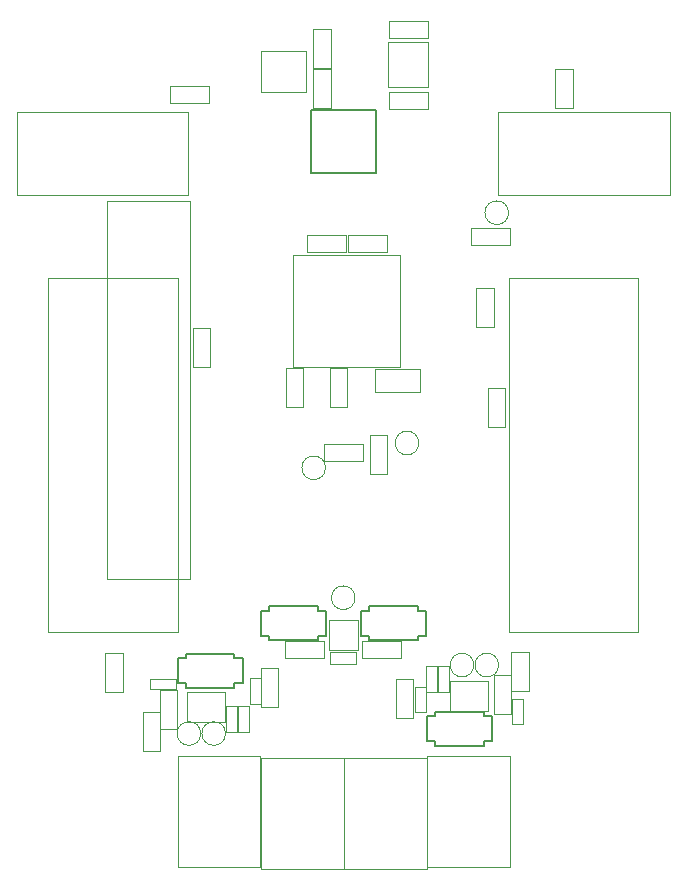
<source format=gbr>
G04 #@! TF.GenerationSoftware,KiCad,Pcbnew,9.0.0*
G04 #@! TF.CreationDate,2025-04-22T19:19:30+02:00*
G04 #@! TF.ProjectId,bio_robots,62696f5f-726f-4626-9f74-732e6b696361,rev?*
G04 #@! TF.SameCoordinates,Original*
G04 #@! TF.FileFunction,Other,User*
%FSLAX46Y46*%
G04 Gerber Fmt 4.6, Leading zero omitted, Abs format (unit mm)*
G04 Created by KiCad (PCBNEW 9.0.0) date 2025-04-22 19:19:30*
%MOMM*%
%LPD*%
G01*
G04 APERTURE LIST*
%ADD10C,0.050000*%
%ADD11C,0.100000*%
%ADD12C,0.152400*%
G04 APERTURE END LIST*
D10*
X85061700Y-130747499D02*
X85061700Y-132947499D01*
X85061700Y-132947499D02*
X86001700Y-132947499D01*
X86001700Y-130747499D02*
X85061700Y-130747499D01*
X86001700Y-132947499D02*
X86001700Y-130747499D01*
X97720000Y-102220000D02*
X97720000Y-104180000D01*
X97720000Y-104180000D02*
X101480000Y-104180000D01*
X101480000Y-102220000D02*
X97720000Y-102220000D01*
X101480000Y-104180000D02*
X101480000Y-102220000D01*
X87077501Y-128417500D02*
X87077501Y-130577500D01*
X87077501Y-130577500D02*
X87997501Y-130577500D01*
X87997501Y-128417500D02*
X87077501Y-128417500D01*
X87997501Y-130577500D02*
X87997501Y-128417500D01*
X102041598Y-127400000D02*
X102041598Y-129600000D01*
X102041598Y-129600000D02*
X102981598Y-129600000D01*
X102981598Y-127400000D02*
X102041598Y-127400000D01*
X102981598Y-129600000D02*
X102981598Y-127400000D01*
D11*
X88040000Y-135156362D02*
X88040000Y-144581362D01*
X88040000Y-144581362D02*
X95040000Y-144581362D01*
X95040000Y-135156362D02*
X88040000Y-135156362D01*
X95040000Y-144581362D02*
X95040000Y-135156362D01*
D10*
X96000000Y-121600000D02*
G75*
G02*
X94000000Y-121600000I-1000000J0D01*
G01*
X94000000Y-121600000D02*
G75*
G02*
X96000000Y-121600000I1000000J0D01*
G01*
X107270000Y-103850000D02*
X107270000Y-107150000D01*
X107270000Y-107150000D02*
X108730000Y-107150000D01*
X108730000Y-103850000D02*
X107270000Y-103850000D01*
X108730000Y-107150000D02*
X108730000Y-103850000D01*
X88007500Y-127547500D02*
X88007500Y-130847500D01*
X88007500Y-130847500D02*
X89467500Y-130847500D01*
X89467500Y-127547500D02*
X88007500Y-127547500D01*
X89467500Y-130847500D02*
X89467500Y-127547500D01*
X74870000Y-126250000D02*
X74870000Y-129550000D01*
X74870000Y-129550000D02*
X76330000Y-129550000D01*
X76330000Y-126250000D02*
X74870000Y-126250000D01*
X76330000Y-129550000D02*
X76330000Y-126250000D01*
D12*
X92244100Y-80345700D02*
X97755900Y-80345700D01*
X92244100Y-85654300D02*
X92244100Y-80345700D01*
X97755900Y-80345700D02*
X97755900Y-85654300D01*
X97755900Y-85654300D02*
X92244100Y-85654300D01*
D10*
X112970000Y-76850000D02*
X112970000Y-80150000D01*
X112970000Y-80150000D02*
X114430000Y-80150000D01*
X114430000Y-76850000D02*
X112970000Y-76850000D01*
X114430000Y-80150000D02*
X114430000Y-76850000D01*
X78020000Y-131259999D02*
X78020000Y-134559999D01*
X78020000Y-134559999D02*
X79480000Y-134559999D01*
X79480000Y-131259999D02*
X78020000Y-131259999D01*
X79480000Y-134559999D02*
X79480000Y-131259999D01*
X96600001Y-125270000D02*
X96600001Y-126730000D01*
X96600001Y-126730000D02*
X99900001Y-126730000D01*
X99900001Y-125270000D02*
X96600001Y-125270000D01*
X99900001Y-126730000D02*
X99900001Y-125270000D01*
X82270000Y-98762500D02*
X82270000Y-102062500D01*
X82270000Y-102062500D02*
X83730000Y-102062500D01*
X83730000Y-98762500D02*
X82270000Y-98762500D01*
X83730000Y-102062500D02*
X83730000Y-98762500D01*
X109290000Y-130170000D02*
X109290000Y-132330000D01*
X109290000Y-132330000D02*
X110210000Y-132330000D01*
X110210000Y-130170000D02*
X109290000Y-130170000D01*
X110210000Y-132330000D02*
X110210000Y-130170000D01*
X108155799Y-127300000D02*
G75*
G02*
X106155799Y-127300000I-1000000J0D01*
G01*
X106155799Y-127300000D02*
G75*
G02*
X108155799Y-127300000I1000000J0D01*
G01*
X79507501Y-129447500D02*
X79507501Y-132747500D01*
X79507501Y-132747500D02*
X80967501Y-132747500D01*
X80967501Y-129447500D02*
X79507501Y-129447500D01*
X80967501Y-132747500D02*
X80967501Y-129447500D01*
D11*
X67375000Y-80500000D02*
X81875000Y-80500000D01*
X67375000Y-87500000D02*
X67375000Y-80500000D01*
X81875000Y-80500000D02*
X81875000Y-87500000D01*
X81875000Y-87500000D02*
X67375000Y-87500000D01*
D12*
X80994301Y-126743400D02*
X80994301Y-128851600D01*
X80994301Y-128851600D02*
X81680101Y-128851600D01*
X81680101Y-126337000D02*
X81680101Y-126743400D01*
X81680101Y-126743400D02*
X80994301Y-126743400D01*
X81680101Y-128851600D02*
X81680101Y-129258000D01*
X81680101Y-129258000D02*
X85794901Y-129258000D01*
X85794901Y-126337000D02*
X81680101Y-126337000D01*
X85794901Y-126743400D02*
X85794901Y-126337000D01*
X85794901Y-128851600D02*
X86480701Y-128851600D01*
X85794901Y-129258000D02*
X85794901Y-128851600D01*
X86480701Y-126743400D02*
X85794901Y-126743400D01*
X86480701Y-128851600D02*
X86480701Y-126743400D01*
D11*
X75000000Y-88000000D02*
X82000000Y-88000000D01*
X82000000Y-120000000D01*
X75000000Y-120000000D01*
X75000000Y-88000000D01*
D10*
X106270000Y-95350000D02*
X106270000Y-98650000D01*
X106270000Y-98650000D02*
X107730000Y-98650000D01*
X107730000Y-95350000D02*
X106270000Y-95350000D01*
X107730000Y-98650000D02*
X107730000Y-95350000D01*
X101051598Y-129120001D02*
X101051598Y-131280001D01*
X101051598Y-131280001D02*
X101971598Y-131280001D01*
X101971598Y-129120001D02*
X101051598Y-129120001D01*
X101971598Y-131280001D02*
X101971598Y-129120001D01*
X78657500Y-128437500D02*
X78657500Y-129357500D01*
X78657500Y-129357500D02*
X80817500Y-129357500D01*
X80817500Y-128437500D02*
X78657500Y-128437500D01*
X80817500Y-129357500D02*
X80817500Y-128437500D01*
X97270000Y-107850000D02*
X97270000Y-111150000D01*
X97270000Y-111150000D02*
X98730000Y-111150000D01*
X98730000Y-107850000D02*
X97270000Y-107850000D01*
X98730000Y-111150000D02*
X98730000Y-107850000D01*
D11*
X102105000Y-135000000D02*
X102105000Y-144425000D01*
X102105000Y-144425000D02*
X109105000Y-144425000D01*
X109105000Y-135000000D02*
X102105000Y-135000000D01*
X109105000Y-144425000D02*
X109105000Y-135000000D01*
D12*
X96506800Y-122695901D02*
X96506800Y-124804101D01*
X96506800Y-124804101D02*
X97192600Y-124804101D01*
X97192600Y-122289501D02*
X97192600Y-122695901D01*
X97192600Y-122695901D02*
X96506800Y-122695901D01*
X97192600Y-124804101D02*
X97192600Y-125210501D01*
X97192600Y-125210501D02*
X101307400Y-125210501D01*
X101307400Y-122289501D02*
X97192600Y-122289501D01*
X101307400Y-122695901D02*
X101307400Y-122289501D01*
X101307400Y-124804101D02*
X101993200Y-124804101D01*
X101307400Y-125210501D02*
X101307400Y-124804101D01*
X101993200Y-122695901D02*
X101307400Y-122695901D01*
X101993200Y-124804101D02*
X101993200Y-122695901D01*
D10*
X93775000Y-123500000D02*
X93775000Y-126000000D01*
X93775000Y-126000000D02*
X96225000Y-126000000D01*
X96225000Y-123500000D02*
X93775000Y-123500000D01*
X96225000Y-126000000D02*
X96225000Y-123500000D01*
X81787501Y-129597501D02*
X81787501Y-132097501D01*
X84987501Y-129597501D02*
X81787501Y-129597501D01*
X84987501Y-129597501D02*
X84987501Y-132097501D01*
X84987501Y-132097501D02*
X81787501Y-132097501D01*
D11*
X70000000Y-94500000D02*
X80000000Y-94500000D01*
X70000000Y-124500000D02*
X70000000Y-94500000D01*
X80000000Y-94500000D02*
X81000000Y-94500000D01*
X81000000Y-94500000D02*
X81000000Y-124500000D01*
X81000000Y-124500000D02*
X70000000Y-124500000D01*
D10*
X80350000Y-78270000D02*
X80350000Y-79730000D01*
X80350000Y-79730000D02*
X83650000Y-79730000D01*
X83650000Y-78270000D02*
X80350000Y-78270000D01*
X83650000Y-79730000D02*
X83650000Y-78270000D01*
X105850000Y-90270000D02*
X105850000Y-91730000D01*
X105850000Y-91730000D02*
X109150000Y-91730000D01*
X109150000Y-90270000D02*
X105850000Y-90270000D01*
X109150000Y-91730000D02*
X109150000Y-90270000D01*
X90170000Y-102150000D02*
X90170000Y-105450000D01*
X90170000Y-105450000D02*
X91630000Y-105450000D01*
X91630000Y-102150000D02*
X90170000Y-102150000D01*
X91630000Y-105450000D02*
X91630000Y-102150000D01*
X92470000Y-76862500D02*
X92470000Y-80162500D01*
X92470000Y-80162500D02*
X93930000Y-80162500D01*
X93930000Y-76862500D02*
X92470000Y-76862500D01*
X93930000Y-80162500D02*
X93930000Y-76862500D01*
D12*
X102112599Y-131645900D02*
X102112599Y-133754100D01*
X102112599Y-133754100D02*
X102798399Y-133754100D01*
X102798399Y-131239500D02*
X102798399Y-131645900D01*
X102798399Y-131645900D02*
X102112599Y-131645900D01*
X102798399Y-133754100D02*
X102798399Y-134160500D01*
X102798399Y-134160500D02*
X106913199Y-134160500D01*
X106913199Y-131239500D02*
X102798399Y-131239500D01*
X106913199Y-131645900D02*
X106913199Y-131239500D01*
X106913199Y-133754100D02*
X107598999Y-133754100D01*
X106913199Y-134160500D02*
X106913199Y-133754100D01*
X107598999Y-131645900D02*
X106913199Y-131645900D01*
X107598999Y-133754100D02*
X107598999Y-131645900D01*
D10*
X93350000Y-108570000D02*
X93350000Y-110030000D01*
X93350000Y-110030000D02*
X96650000Y-110030000D01*
X96650000Y-108570000D02*
X93350000Y-108570000D01*
X96650000Y-110030000D02*
X96650000Y-108570000D01*
X92470000Y-73437500D02*
X92470000Y-76737500D01*
X92470000Y-76737500D02*
X93930000Y-76737500D01*
X93930000Y-73437500D02*
X92470000Y-73437500D01*
X93930000Y-76737500D02*
X93930000Y-73437500D01*
X109231598Y-126224999D02*
X109231598Y-129524999D01*
X109231598Y-129524999D02*
X110691598Y-129524999D01*
X110691598Y-126224999D02*
X109231598Y-126224999D01*
X110691598Y-129524999D02*
X110691598Y-126224999D01*
D11*
X108125000Y-80500000D02*
X122625000Y-80500000D01*
X108125000Y-87500000D02*
X108125000Y-80500000D01*
X122625000Y-80500000D02*
X122625000Y-87500000D01*
X122625000Y-87500000D02*
X108125000Y-87500000D01*
D10*
X91925000Y-90870000D02*
X91925000Y-92330000D01*
X91925000Y-92330000D02*
X95225000Y-92330000D01*
X95225000Y-90870000D02*
X91925000Y-90870000D01*
X95225000Y-92330000D02*
X95225000Y-90870000D01*
X98800000Y-74517500D02*
X102200000Y-74517500D01*
X98800000Y-78357500D02*
X98800000Y-74517500D01*
X102200000Y-74517500D02*
X102200000Y-78357500D01*
X102200000Y-78357500D02*
X98800000Y-78357500D01*
D11*
X109000000Y-94500000D02*
X119000000Y-94500000D01*
X109000000Y-124500000D02*
X109000000Y-94500000D01*
X119000000Y-94500000D02*
X120000000Y-94500000D01*
X120000000Y-94500000D02*
X120000000Y-124500000D01*
X120000000Y-124500000D02*
X109000000Y-124500000D01*
D10*
X88017500Y-75350000D02*
X91857500Y-75350000D01*
X88017500Y-78750000D02*
X88017500Y-75350000D01*
X91857500Y-75350000D02*
X91857500Y-78750000D01*
X91857500Y-78750000D02*
X88017500Y-78750000D01*
X106055799Y-127300000D02*
G75*
G02*
X104055799Y-127300000I-1000000J0D01*
G01*
X104055799Y-127300000D02*
G75*
G02*
X106055799Y-127300000I1000000J0D01*
G01*
X107725799Y-128150000D02*
X107725799Y-131450000D01*
X107725799Y-131450000D02*
X109185799Y-131450000D01*
X109185799Y-128150000D02*
X107725799Y-128150000D01*
X109185799Y-131450000D02*
X109185799Y-128150000D01*
D11*
X95105000Y-135156361D02*
X95105000Y-144581361D01*
X95105000Y-144581361D02*
X102105000Y-144581361D01*
X102105000Y-135156361D02*
X95105000Y-135156361D01*
X102105000Y-144581361D02*
X102105000Y-135156361D01*
D10*
X93870000Y-102150000D02*
X93870000Y-105450000D01*
X93870000Y-105450000D02*
X95330000Y-105450000D01*
X95330000Y-102150000D02*
X93870000Y-102150000D01*
X95330000Y-105450000D02*
X95330000Y-102150000D01*
X90775000Y-92600000D02*
X90775000Y-102100000D01*
X90775000Y-92600000D02*
X99775000Y-92600000D01*
X90775000Y-102100000D02*
X99775000Y-102100000D01*
X99775000Y-92600000D02*
X99775000Y-102100000D01*
X101400000Y-108500000D02*
G75*
G02*
X99400000Y-108500000I-1000000J0D01*
G01*
X99400000Y-108500000D02*
G75*
G02*
X101400000Y-108500000I1000000J0D01*
G01*
D12*
X88051001Y-122695900D02*
X88051001Y-124804100D01*
X88051001Y-124804100D02*
X88736801Y-124804100D01*
X88736801Y-122289500D02*
X88736801Y-122695900D01*
X88736801Y-122695900D02*
X88051001Y-122695900D01*
X88736801Y-124804100D02*
X88736801Y-125210500D01*
X88736801Y-125210500D02*
X92851601Y-125210500D01*
X92851601Y-122289500D02*
X88736801Y-122289500D01*
X92851601Y-122695900D02*
X92851601Y-122289500D01*
X92851601Y-124804100D02*
X93537401Y-124804100D01*
X92851601Y-125210500D02*
X92851601Y-124804100D01*
X93537401Y-122695900D02*
X92851601Y-122695900D01*
X93537401Y-124804100D02*
X93537401Y-122695900D01*
D10*
X98850000Y-72770000D02*
X98850000Y-74230000D01*
X98850000Y-74230000D02*
X102150000Y-74230000D01*
X102150000Y-72770000D02*
X98850000Y-72770000D01*
X102150000Y-74230000D02*
X102150000Y-72770000D01*
X103041600Y-127400000D02*
X103041600Y-129600000D01*
X103041600Y-129600000D02*
X103981600Y-129600000D01*
X103981600Y-127400000D02*
X103041600Y-127400000D01*
X103981600Y-129600000D02*
X103981600Y-127400000D01*
X95425000Y-90870000D02*
X95425000Y-92330000D01*
X95425000Y-92330000D02*
X98725000Y-92330000D01*
X98725000Y-90870000D02*
X95425000Y-90870000D01*
X98725000Y-92330000D02*
X98725000Y-90870000D01*
X90099999Y-125269999D02*
X90099999Y-126729999D01*
X90099999Y-126729999D02*
X93399999Y-126729999D01*
X93399999Y-125269999D02*
X90099999Y-125269999D01*
X93399999Y-126729999D02*
X93399999Y-125269999D01*
X99481598Y-128450000D02*
X99481598Y-131750000D01*
X99481598Y-131750000D02*
X100941598Y-131750000D01*
X100941598Y-128450000D02*
X99481598Y-128450000D01*
X100941598Y-131750000D02*
X100941598Y-128450000D01*
X109000000Y-89000000D02*
G75*
G02*
X107000000Y-89000000I-1000000J0D01*
G01*
X107000000Y-89000000D02*
G75*
G02*
X109000000Y-89000000I1000000J0D01*
G01*
X93900000Y-126230000D02*
X93900000Y-127170000D01*
X93900000Y-127170000D02*
X96100000Y-127170000D01*
X96100000Y-126230000D02*
X93900000Y-126230000D01*
X96100000Y-127170000D02*
X96100000Y-126230000D01*
X86061701Y-130747500D02*
X86061701Y-132947500D01*
X86061701Y-132947500D02*
X87001701Y-132947500D01*
X87001701Y-130747500D02*
X86061701Y-130747500D01*
X87001701Y-132947500D02*
X87001701Y-130747500D01*
X104061598Y-128650000D02*
X107261598Y-128650000D01*
X104061598Y-131150000D02*
X104061598Y-128650000D01*
X104061598Y-131150000D02*
X107261598Y-131150000D01*
X107261598Y-131150000D02*
X107261598Y-128650000D01*
X98850000Y-78770000D02*
X98850000Y-80230000D01*
X98850000Y-80230000D02*
X102150000Y-80230000D01*
X102150000Y-78770000D02*
X98850000Y-78770000D01*
X102150000Y-80230000D02*
X102150000Y-78770000D01*
X82937501Y-133097500D02*
G75*
G02*
X80937501Y-133097500I-1000000J0D01*
G01*
X80937501Y-133097500D02*
G75*
G02*
X82937501Y-133097500I1000000J0D01*
G01*
X93500000Y-110600000D02*
G75*
G02*
X91500000Y-110600000I-1000000J0D01*
G01*
X91500000Y-110600000D02*
G75*
G02*
X93500000Y-110600000I1000000J0D01*
G01*
D11*
X80995000Y-135000000D02*
X80995000Y-144425000D01*
X80995000Y-144425000D02*
X87995000Y-144425000D01*
X87995000Y-135000000D02*
X80995000Y-135000000D01*
X87995000Y-144425000D02*
X87995000Y-135000000D01*
D10*
X85037501Y-133097500D02*
G75*
G02*
X83037501Y-133097500I-1000000J0D01*
G01*
X83037501Y-133097500D02*
G75*
G02*
X85037501Y-133097500I1000000J0D01*
G01*
M02*

</source>
